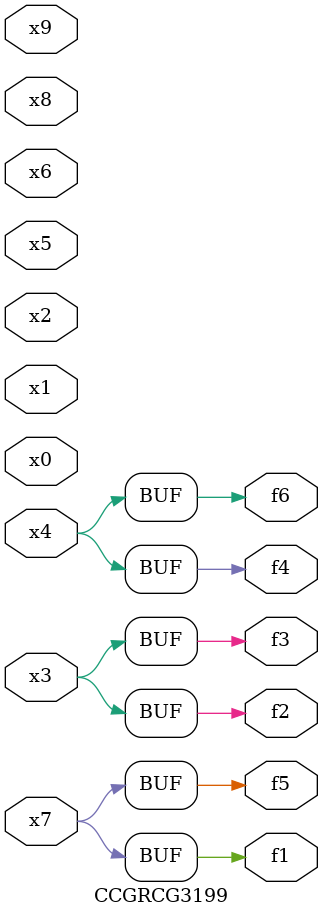
<source format=v>
module CCGRCG3199(
	input x0, x1, x2, x3, x4, x5, x6, x7, x8, x9,
	output f1, f2, f3, f4, f5, f6
);
	assign f1 = x7;
	assign f2 = x3;
	assign f3 = x3;
	assign f4 = x4;
	assign f5 = x7;
	assign f6 = x4;
endmodule

</source>
